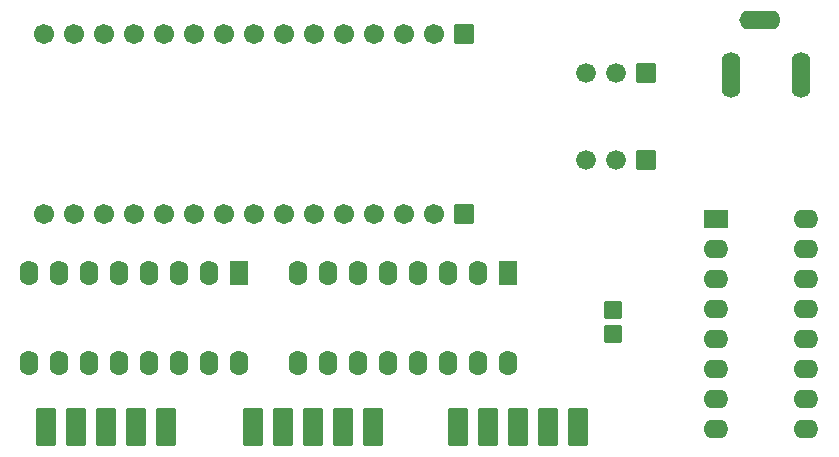
<source format=gts>
G04 Layer: TopSolderMaskLayer*
G04 EasyEDA v6.5.22, 2023-03-31 14:54:23*
G04 d3f0f356f32e465d957ef3f0493f5931,4db1f7442a1f4f30bb2da465e00f2567,10*
G04 Gerber Generator version 0.2*
G04 Scale: 100 percent, Rotated: No, Reflected: No *
G04 Dimensions in millimeters *
G04 leading zeros omitted , absolute positions ,4 integer and 5 decimal *
%FSLAX45Y45*%
%MOMM*%

%AMMACRO1*1,1,$1,$2,$3*1,1,$1,$4,$5*1,1,$1,0-$2,0-$3*1,1,$1,0-$4,0-$5*20,1,$1,$2,$3,$4,$5,0*20,1,$1,$4,$5,0-$2,0-$3,0*20,1,$1,0-$2,0-$3,0-$4,0-$5,0*20,1,$1,0-$4,0-$5,$2,$3,0*4,1,4,$2,$3,$4,$5,0-$2,0-$3,0-$4,0-$5,$2,$3,0*%
%ADD10MACRO1,0.1016X0.675X-0.705X-0.675X-0.705*%
%ADD11MACRO1,0.1016X0.675X0.705X-0.675X0.705*%
%ADD12MACRO1,0.2032X0.762X-1.5X-0.762X-1.5*%
%ADD13O,1.6015970000000002X3.9015924*%
%ADD14O,3.5015932X1.6015970000000002*%
%ADD15MACRO1,0.1016X0.7874X-0.7874X-0.7874X-0.7874*%
%ADD16C,1.6764*%
%ADD17MACRO1,0.1016X-0.8X0.8X0.8X0.8*%
%ADD18C,1.7016*%
%ADD19O,1.6015970000000002X2.1015960000000002*%
%ADD20MACRO1,0.1016X0.75X1X0.75X-1*%
%ADD21O,2.1015960000000002X1.6015970000000002*%
%ADD22MACRO1,0.1016X-1X0.75X1X0.75*%

%LPD*%
D10*
G01*
X12865100Y9777402D03*
D11*
G01*
X12865100Y9577397D03*
D12*
G01*
X8318245Y8789398D03*
G01*
X8572245Y8789398D03*
G01*
X8826500Y8789400D03*
G01*
X9080500Y8789400D03*
G01*
X8064502Y8787396D03*
G01*
X11810745Y8789398D03*
G01*
X12064745Y8789398D03*
G01*
X12319000Y8789400D03*
G01*
X12573000Y8789400D03*
G01*
X11557002Y8787396D03*
G01*
X10070845Y8789398D03*
G01*
X10324845Y8789398D03*
G01*
X10579100Y8789400D03*
G01*
X10833100Y8789400D03*
G01*
X9817102Y8787396D03*
D13*
G01*
X13860525Y11768962D03*
G01*
X14460474Y11768962D03*
D14*
G01*
X14110461Y12234037D03*
D15*
G01*
X13144500Y11785600D03*
D16*
G01*
X12890500Y11785600D03*
G01*
X12636500Y11785600D03*
D15*
G01*
X13144500Y11049000D03*
D16*
G01*
X12890500Y11049000D03*
G01*
X12636500Y11049000D03*
D17*
G01*
X11607800Y12115800D03*
D18*
G01*
X11353800Y10591800D03*
G01*
X10845800Y10591800D03*
G01*
X10337800Y10591800D03*
G01*
X9829800Y10591800D03*
G01*
X9321800Y10591800D03*
G01*
X8813800Y10591800D03*
G01*
X8305800Y10591800D03*
G01*
X8051800Y12115800D03*
G01*
X8559800Y12115800D03*
G01*
X9067800Y12115800D03*
G01*
X9575800Y12115800D03*
G01*
X10083800Y12115800D03*
G01*
X10591800Y12115800D03*
G01*
X11099800Y12115800D03*
G01*
X11353800Y12115800D03*
G01*
X10845800Y12115800D03*
G01*
X10337800Y12115800D03*
G01*
X9829800Y12115800D03*
G01*
X9321800Y12115800D03*
G01*
X8813800Y12115800D03*
G01*
X8305800Y12115800D03*
G01*
X8051800Y10591800D03*
G01*
X8559800Y10591800D03*
G01*
X9067800Y10591800D03*
G01*
X9575800Y10591800D03*
G01*
X10083800Y10591800D03*
G01*
X10591800Y10591800D03*
G01*
X11099800Y10591800D03*
D17*
G01*
X11607800Y10591800D03*
D19*
G01*
X10198100Y9334500D03*
G01*
X10452100Y9334500D03*
G01*
X10706100Y9334500D03*
G01*
X10960100Y9334500D03*
G01*
X11214100Y9334500D03*
G01*
X11468100Y9334500D03*
G01*
X11722100Y9334500D03*
G01*
X11976100Y9334500D03*
G01*
X10198100Y10096500D03*
G01*
X10452100Y10096500D03*
G01*
X10706100Y10096500D03*
G01*
X10960100Y10096500D03*
G01*
X11214100Y10096500D03*
G01*
X11468100Y10096500D03*
G01*
X11722100Y10096500D03*
D20*
G01*
X11976100Y10096500D03*
D19*
G01*
X7924800Y9334500D03*
G01*
X8178800Y9334500D03*
G01*
X8432800Y9334500D03*
G01*
X8686800Y9334500D03*
G01*
X8940800Y9334500D03*
G01*
X9194800Y9334500D03*
G01*
X9448800Y9334500D03*
G01*
X9702800Y9334500D03*
G01*
X7924800Y10096500D03*
G01*
X8178800Y10096500D03*
G01*
X8432800Y10096500D03*
G01*
X8686800Y10096500D03*
G01*
X8940800Y10096500D03*
G01*
X9194800Y10096500D03*
G01*
X9448800Y10096500D03*
D20*
G01*
X9702800Y10096500D03*
D21*
G01*
X14503400Y8775700D03*
G01*
X14503400Y9029700D03*
G01*
X14503400Y9283700D03*
G01*
X14503400Y9537700D03*
G01*
X14503400Y9791700D03*
G01*
X14503400Y10045700D03*
G01*
X14503400Y10299700D03*
G01*
X14503400Y10553700D03*
G01*
X13741400Y8775700D03*
G01*
X13741400Y9029700D03*
G01*
X13741400Y9283700D03*
G01*
X13741400Y9537700D03*
G01*
X13741400Y9791700D03*
G01*
X13741400Y10045700D03*
G01*
X13741400Y10299700D03*
D22*
G01*
X13741400Y10553700D03*
M02*

</source>
